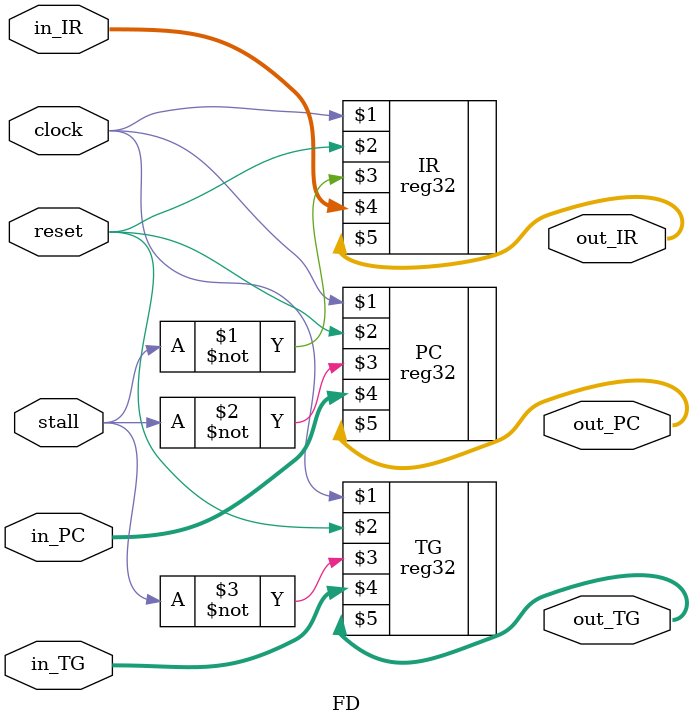
<source format=v>
module FD(
    output [31:0] out_IR, 
    output [31:0] out_PC,
    output [31:0] out_TG,
    input [31:0] in_IR, 
    input [31:0] in_PC,
    input [31:0] in_TG,
    input clock, 
    input stall, 
    input reset);

    reg32 IR(clock, reset, ~stall, in_IR, out_IR);
    reg32 PC(clock, reset, ~stall, in_PC, out_PC);
    reg32 TG(clock, reset, ~stall, in_TG, out_TG);
endmodule

</source>
